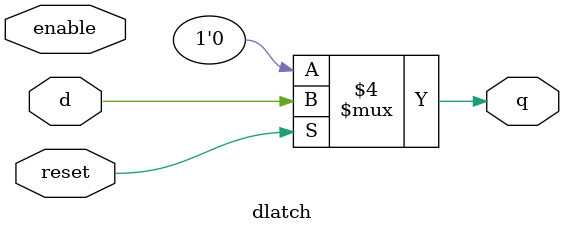
<source format=v>
module dlatch(input d, input enable,input reset,output reg q);
always@(enable or reset)
begin
if(!reset) begin
q=0;
end
else
begin
q<=d;
end
end
endmodule
</source>
